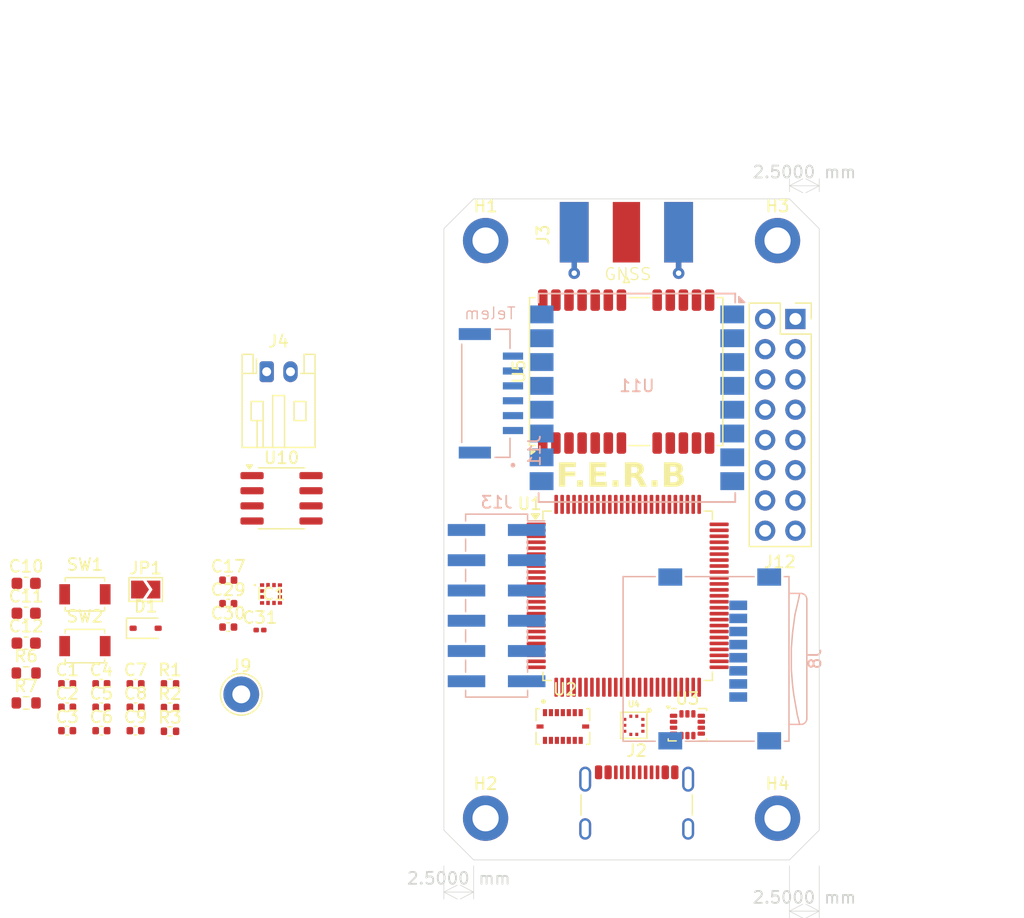
<source format=kicad_pcb>
(kicad_pcb (version 20240108) (generator "pcbnew") (generator_version "8.0")
  (layers (0 "F.Cu" signal) (31 "B.Cu" signal) (34 "B.Paste" user) (35 "F.Paste" user) (36 "B.SilkS" user "B.Silkscreen") (37 "F.SilkS" user "F.Silkscreen") (38 "B.Mask" user) (39 "F.Mask" user) (44 "Edge.Cuts" user))
  (net 0 "")
  (net 2 "+5V")
  (net 29 "/BMI088/SCK")
  (net 38 "/BMI088/SDI")
  (net 44 "/Peripherals/TX_RFD900x")
  (net 49 "/Peripherals/RX_RFD900x")
  (net 61 "Net-(C11-Pad2)")
  (net 62 "Net-(C12-Pad2)")
  (net 63 "D-")
  (net 74 "GND")
  (net 75 "/BMI088/CS_ACCEL")
  (net 76 "+3.3V")
  (net 77 "/BMI088/CS_GYRO")
  (net 78 "/BMI088/SDO_ACCEL")
  (net 82 "Net-(D1-A)")
  (net 84 "Net-(J2-CC1)")
  (net 85 "D+")
  (net 86 "Net-(J2-CC2)")
  (net 87 "Net-(J3-In)")
  (net 88 "Net-(U1-BOOT0)")
  (net 89 "/NEO-M9N/DI_GPS")
  (net 90 "/NEO-M9N/CLK_GPS")
  (net 91 "/NEO-M9N/CS_GPS")
  (net 92 "/NEO-M9N/DO_GPS")
  (net 93 "Net-(U1-PA11)")
  (net 94 "/LSM6DSM/SDO_IMU_LOW")
  (net 95 "/LSM6DSM/SDI_IMU_LOW")
  (net 96 "/LSM6DSM/SCL_IMU_LOW")
  (net 97 "/LSM6DSM/CS_IMU_LOW")
  (net 98 "/BMP581/SCK_BARO")
  (net 99 "/BMP581/SDI_BARO")
  (net 100 "/BMP581/SDO_BARO")
  (net 101 "/BMP581/CS_BARO")
  (net 102 "Net-(U5-~{SAFEBOOT})")
  (net 103 "Net-(U1-PA12)")
  (net 107 "Net-(J9-Pin_1)")
  (net 110 "/Peripherals/SCL_PM")
  (net 112 "/Peripherals/SDA_PM")
  (net 115 "/LoRa/CS_LORA")
  (net 117 "/LoRa/RST_LORA")
  (net 148 "Net-(J4-Pin_1)")
  (net 149 "Net-(J4-Pin_2)")
  (net 150 "/Peripherals/PYRO_1")
  (net 151 "/Peripherals/PYRO_2")
  (net 152 "/Peripherals/PYRO_3")
  (net 153 "/Peripherals/PYRO_4")
  (net 154 "/RS485/DIR_RS485")
  (net 155 "/RS485/RX_RS485")
  (net 156 "/RS485/TX_RS485")
  (net 159 "Net-(JP1-A)")
  (net 160 "Net-(JP1-B)")
  (net 165 "Net-(IC1-C1)")
  (net 166 "/BMM350/SCL_MAG")
  (net 167 "/BMM350/SDA_MAG")
  (footprint "Capacitor_SMD:C_0402_1005Metric" (layer "F.Cu") (at 98.73 113.98)
    (property "Reference" "C8" (at 0 -1.16 0) (layer "F.SilkS"))
    (property "Value" "100nF")
    (pad "1" smd roundrect (at -0.48 0) (size 0.56 0.62) (layers "F.Cu" "F.Paste" "F.Mask") (net 76 "+3.3V"))
    (pad "2" smd roundrect (at 0.48 0) (size 0.56 0.62) (layers "F.Cu" "F.Paste" "F.Mask") (net 74 "GND"))
  )
  (footprint "Images:NDRT" (layer "F.Cu") (at 152.6 106.3)
    (property "Reference" "G***" (hide yes))
    (property "Value" "LOGO" (hide yes))
  )
  (footprint "Capacitor_SMD:C_0201_0603Metric" (layer "F.Cu") (at 109.17 107.5)
    (property "Reference" "C31" (at 0 -1.05 0) (layer "F.SilkS"))
    (property "Value" "10uF")
    (pad "1" smd roundrect (at -0.32 0) (size 0.46 0.4) (layers "F.Cu" "F.Mask") (net 76 "+3.3V"))
    (pad "2" smd roundrect (at 0.32 0) (size 0.46 0.4) (layers "F.Cu" "F.Mask") (net 74 "GND"))
  )
  (footprint "Resistor_SMD:R_0402_1005Metric" (layer "F.Cu") (at 101.62 114.01)
    (property "Reference" "R2" (at 0 -1.17 0) (layer "F.SilkS"))
    (property "Value" "5.1k")
    (pad "1" smd roundrect (at -0.51 0) (size 0.54 0.64) (layers "F.Cu" "F.Paste" "F.Mask") (net 86 "Net-(J2-CC2)"))
    (pad "2" smd roundrect (at 0.51 0) (size 0.54 0.64) (layers "F.Cu" "F.Paste" "F.Mask") (net 74 "GND"))
  )
  (footprint "IIS2MDCTR:IIS2MDCTR" (layer "F.Cu") (at 110.095 104.475)
    (property "Reference" "IC1" (at 0 0 0) (layer "F.SilkS"))
    (property "Value" "IIS2MDCTR")
    (pad "1" smd rect (at -0.75 -0.75) (size 0.35 0.3) (layers "F.Cu" "F.Paste" "F.Mask") (net 166 "/BMM350/SCL_MAG"))
    (pad "2" smd rect (at -0.75 -0.25) (size 0.35 0.3) (layers "F.Cu" "F.Paste" "F.Mask"))
    (pad "3" smd rect (at -0.75 0.25) (size 0.35 0.3) (layers "F.Cu" "F.Paste" "F.Mask") (net 76 "+3.3V"))
    (pad "4" smd rect (at -0.75 0.75) (size 0.35 0.3) (layers "F.Cu" "F.Paste" "F.Mask") (net 167 "/BMM350/SDA_MAG"))
    (pad "5" smd rect (at -0.25 0.75) (size 0.3 0.35) (layers "F.Cu" "F.Paste" "F.Mask") (net 165 "Net-(IC1-C1)"))
    (pad "6" smd rect (at 0.25 0.75) (size 0.3 0.35) (layers "F.Cu" "F.Paste" "F.Mask") (net 74 "GND"))
    (pad "7" smd rect (at 0.75 0.75) (size 0.35 0.3) (layers "F.Cu" "F.Paste" "F.Mask"))
    (pad "8" smd rect (at 0.75 0.25) (size 0.35 0.3) (layers "F.Cu" "F.Paste" "F.Mask") (net 74 "GND"))
    (pad "9" smd rect (at 0.75 -0.25) (size 0.35 0.3) (layers "F.Cu" "F.Paste" "F.Mask") (net 76 "+3.3V"))
    (pad "10" smd rect (at 0.75 -0.75) (size 0.35 0.3) (layers "F.Cu" "F.Paste" "F.Mask") (net 76 "+3.3V"))
    (pad "11" smd rect (at 0.25 -0.75) (size 0.3 0.35) (layers "F.Cu" "F.Paste" "F.Mask"))
    (pad "12" smd rect (at -0.25 -0.75) (size 0.3 0.35) (layers "F.Cu" "F.Paste" "F.Mask"))
  )
  (footprint "Capacitor_SMD:C_0402_1005Metric" (layer "F.Cu") (at 98.73 112.01)
    (property "Reference" "C7" (at 0 -1.16 0) (layer "F.SilkS"))
    (property "Value" "100nF")
    (pad "1" smd roundrect (at -0.48 0) (size 0.56 0.62) (layers "F.Cu" "F.Paste" "F.Mask") (net 76 "+3.3V"))
    (pad "2" smd roundrect (at 0.48 0) (size 0.56 0.62) (layers "F.Cu" "F.Paste" "F.Mask") (net 74 "GND"))
  )
  (footprint "Capacitor_SMD:C_0402_1005Metric" (layer "F.Cu") (at 92.99 115.95)
    (property "Reference" "C3" (at 0 -1.16 0) (layer "F.SilkS"))
    (property "Value" "100nF")
    (pad "1" smd roundrect (at -0.48 0) (size 0.56 0.62) (layers "F.Cu" "F.Paste" "F.Mask") (net 76 "+3.3V"))
    (pad "2" smd roundrect (at 0.48 0) (size 0.56 0.62) (layers "F.Cu" "F.Paste" "F.Mask") (net 74 "GND"))
  )
  (footprint "footprint:PQFN50P450X300X100-16N" (layer "F.Cu") (at 134.585 115.6)
    (property "Reference" "U2" (at 0.178 -3.121 0) (layer "F.SilkS"))
    (property "Value" "BMI088")
    (pad "1" smd rect (at -1.5 -1.165) (size 0.35 0.59) (layers "F.Cu" "F.Paste" "F.Mask"))
    (pad "2" smd rect (at -1 -1.165) (size 0.35 0.59) (layers "F.Cu" "F.Paste" "F.Mask") (net 74 "GND"))
    (pad "3" smd rect (at -0.5 -1.165) (size 0.35 0.59) (layers "F.Cu" "F.Paste" "F.Mask") (net 76 "+3.3V"))
    (pad "4" smd rect (at 0 -1.165) (size 0.35 0.59) (layers "F.Cu" "F.Paste" "F.Mask") (net 74 "GND"))
    (pad "5" smd rect (at 0.5 -1.165) (size 0.35 0.59) (layers "F.Cu" "F.Paste" "F.Mask") (net 77 "/BMI088/CS_GYRO"))
    (pad "6" smd rect (at 1 -1.165) (size 0.35 0.59) (layers "F.Cu" "F.Paste" "F.Mask") (net 74 "GND"))
    (pad "7" smd rect (at 1.5 -1.165) (size 0.35 0.59) (layers "F.Cu" "F.Paste" "F.Mask") (net 74 "GND"))
    (pad "8" smd rect (at 1.915 0) (size 0.59 0.35) (layers "F.Cu" "F.Paste" "F.Mask") (net 29 "/BMI088/SCK"))
    (pad "9" smd rect (at 1.5 1.165) (size 0.35 0.59) (layers "F.Cu" "F.Paste" "F.Mask") (net 38 "/BMI088/SDI"))
    (pad "10" smd rect (at 1 1.165) (size 0.35 0.59) (layers "F.Cu" "F.Paste" "F.Mask") (net 78 "/BMI088/SDO_ACCEL"))
    (pad "11" smd rect (at 0.5 1.165) (size 0.35 0.59) (layers "F.Cu" "F.Paste" "F.Mask") (net 76 "+3.3V"))
    (pad "12" smd rect (at 0 1.165) (size 0.35 0.59) (layers "F.Cu" "F.Paste" "F.Mask"))
    (pad "13" smd rect (at -0.5 1.165) (size 0.35 0.59) (layers "F.Cu" "F.Paste" "F.Mask"))
    (pad "14" smd rect (at -1 1.165) (size 0.35 0.59) (layers "F.Cu" "F.Paste" "F.Mask") (net 75 "/BMI088/CS_ACCEL"))
    (pad "15" smd rect (at -1.5 1.165) (size 0.35 0.59) (layers "F.Cu" "F.Paste" "F.Mask") (net 78 "/BMI088/SDO_ACCEL"))
    (pad "16" smd rect (at -1.915 0) (size 0.59 0.35) (layers "F.Cu" "F.Paste" "F.Mask"))
  )
  (footprint "Connector_PinSocket_2.54mm:PinSocket_2x08_P2.54mm_Vertical" (layer "F.Cu") (at 154.1 81.38)
    (property "Reference" "J12" (at -1.3 20.4 0) (layer "F.SilkS"))
    (property "Value" "Conn_02x08_Counter_Clockwise")
    (pad "1" thru_hole rect (at 0 0) (size 1.7 1.7) (drill 1) (layers "*.Cu" "*.Mask"))
    (pad "2" thru_hole oval (at -2.54 0) (size 1.7 1.7) (drill 1) (layers "*.Cu" "*.Mask"))
    (pad "3" thru_hole oval (at 0 2.54) (size 1.7 1.7) (drill 1) (layers "*.Cu" "*.Mask"))
    (pad "4" thru_hole oval (at -2.54 2.54) (size 1.7 1.7) (drill 1) (layers "*.Cu" "*.Mask"))
    (pad "5" thru_hole oval (at 0 5.08) (size 1.7 1.7) (drill 1) (layers "*.Cu" "*.Mask"))
    (pad "6" thru_hole oval (at -2.54 5.08) (size 1.7 1.7) (drill 1) (layers "*.Cu" "*.Mask"))
    (pad "7" thru_hole oval (at 0 7.62) (size 1.7 1.7) (drill 1) (layers "*.Cu" "*.Mask"))
    (pad "8" thru_hole oval (at -2.54 7.62) (size 1.7 1.7) (drill 1) (layers "*.Cu" "*.Mask"))
    (pad "9" thru_hole oval (at 0 10.16) (size 1.7 1.7) (drill 1) (layers "*.Cu" "*.Mask"))
    (pad "10" thru_hole oval (at -2.54 10.16) (size 1.7 1.7) (drill 1) (layers "*.Cu" "*.Mask"))
    (pad "11" thru_hole oval (at 0 12.7) (size 1.7 1.7) (drill 1) (layers "*.Cu" "*.Mask"))
    (pad "12" thru_hole oval (at -2.54 12.7) (size 1.7 1.7) (drill 1) (layers "*.Cu" "*.Mask"))
    (pad "13" thru_hole oval (at 0 15.24) (size 1.7 1.7) (drill 1) (layers "*.Cu" "*.Mask"))
    (pad "14" thru_hole oval (at -2.54 15.24) (size 1.7 1.7) (drill 1) (layers "*.Cu" "*.Mask"))
    (pad "15" thru_hole oval (at 0 17.78) (size 1.7 1.7) (drill 1) (layers "*.Cu" "*.Mask"))
    (pad "16" thru_hole oval (at -2.54 17.78) (size 1.7 1.7) (drill 1) (layers "*.Cu" "*.Mask"))
  )
  (footprint "Capacitor_SMD:C_0402_1005Metric" (layer "F.Cu") (at 106.51 107.25)
    (property "Reference" "C30" (at 0 -1.16 0) (layer "F.SilkS"))
    (property "Value" "100nF")
    (pad "1" smd roundrect (at -0.48 0) (size 0.56 0.62) (layers "F.Cu" "F.Paste" "F.Mask") (net 76 "+3.3V"))
    (pad "2" smd roundrect (at 0.48 0) (size 0.56 0.62) (layers "F.Cu" "F.Paste" "F.Mask") (net 74 "GND"))
  )
  (footprint "Resistor_SMD:R_0603_1608Metric" (layer "F.Cu") (at 89.55 111.11)
    (property "Reference" "R6" (at 0 -1.43 0) (layer "F.SilkS"))
    (property "Value" "22")
    (pad "1" smd roundrect (at -0.825 0) (size 0.8 0.95) (layers "F.Cu" "F.Paste" "F.Mask") (net 93 "Net-(U1-PA11)"))
    (pad "2" smd roundrect (at 0.825 0) (size 0.8 0.95) (layers "F.Cu" "F.Paste" "F.Mask") (net 63 "D-"))
  )
  (footprint "Capacitor_SMD:C_0402_1005Metric" (layer "F.Cu") (at 98.73 115.95)
    (property "Reference" "C9" (at 0 -1.16 0) (layer "F.SilkS"))
    (property "Value" "100nF")
    (pad "1" smd roundrect (at -0.48 0) (size 0.56 0.62) (layers "F.Cu" "F.Paste" "F.Mask") (net 76 "+3.3V"))
    (pad "2" smd roundrect (at 0.48 0) (size 0.56 0.62) (layers "F.Cu" "F.Paste" "F.Mask") (net 74 "GND"))
  )
  (footprint "Capacitor_SMD:C_0402_1005Metric" (layer "F.Cu") (at 95.86 115.95)
    (property "Reference" "C6" (at 0 -1.16 0) (layer "F.SilkS"))
    (property "Value" "100nF")
    (pad "1" smd roundrect (at -0.48 0) (size 0.56 0.62) (layers "F.Cu" "F.Paste" "F.Mask") (net 76 "+3.3V"))
    (pad "2" smd roundrect (at 0.48 0) (size 0.56 0.62) (layers "F.Cu" "F.Paste" "F.Mask") (net 74 "GND"))
  )
  (footprint "Capacitor_SMD:C_0402_1005Metric" (layer "F.Cu") (at 92.99 112.01)
    (property "Reference" "C1" (at 0 -1.16 0) (layer "F.SilkS"))
    (property "Value" "0.1uF")
    (pad "1" smd roundrect (at -0.48 0) (size 0.56 0.62) (layers "F.Cu" "F.Paste" "F.Mask") (net 159 "Net-(JP1-A)"))
    (pad "2" smd roundrect (at 0.48 0) (size 0.56 0.62) (layers "F.Cu" "F.Paste" "F.Mask") (net 74 "GND"))
  )
  (footprint "BMP581:BMP581" (layer "F.Cu") (at 140.5375 115.5)
    (property "Reference" "U4" (at 0 -1.778 0) (layer "F.SilkS") (effects (font (size 0.48 0.48) (thickness 0.12))))
    (property "Value" "BMP581")
    (pad "1" smd rect (at 0.25 -0.7625) (size 0.25 0.275) (layers "F.Cu" "F.Mask") (net 76 "+3.3V"))
    (pad "2" smd rect (at -0.25 -0.7625) (size 0.25 0.275) (layers "F.Cu" "F.Mask") (net 98 "/BMP581/SCK_BARO"))
    (pad "3" smd rect (at -0.7625 -0.5) (size 0.275 0.25) (layers "F.Cu" "F.Mask") (net 74 "GND"))
    (pad "4" smd rect (at -0.7625 0) (size 0.275 0.25) (layers "F.Cu" "F.Mask") (net 99 "/BMP581/SDI_BARO"))
    (pad "5" smd rect (at -0.7625 0.5) (size 0.275 0.25) (layers "F.Cu" "F.Mask") (net 100 "/BMP581/SDO_BARO"))
    (pad "6" smd rect (at -0.25 0.7625) (size 0.25 0.275) (layers "F.Cu" "F.Mask") (net 101 "/BMP581/CS_BARO"))
    (pad "7" smd rect (at 0.25 0.7625) (size 0.25 0.275) (layers "F.Cu" "F.Mask"))
    (pad "8" smd rect (at 0.7625 0.5) (size 0.275 0.25) (layers "F.Cu" "F.Mask") (net 74 "GND"))
    (pad "9" smd rect (at 0.7625 0) (size 0.275 0.25) (layers "F.Cu" "F.Mask") (net 74 "GND"))
    (pad "10" smd rect (at 0.7625 -0.5) (size 0.275 0.25) (layers "F.Cu" "F.Mask") (net 76 "+3.3V"))
  )
  (footprint "Capacitor_SMD:C_0603_1608Metric" (layer "F.Cu") (at 89.55 108.6)
    (property "Reference" "C12" (at 0 -1.43 0) (layer "F.SilkS"))
    (property "Value" "2.2uF")
    (pad "1" smd roundrect (at -0.775 0) (size 0.9 0.95) (layers "F.Cu" "F.Paste" "F.Mask") (net 74 "GND"))
    (pad "2" smd roundrect (at 0.775 0) (size 0.9 0.95) (layers "F.Cu" "F.Paste" "F.Mask") (net 62 "Net-(C12-Pad2)"))
  )
  (footprint "Images:ND" (layer "F.Cu") (at 128.1 81.4)
    (property "Reference" "G***" (hide yes))
    (property "Value" "LOGO" (hide yes))
  )
  (footprint "Resistor_SMD:R_0402_1005Metric" (layer "F.Cu") (at 101.62 116)
    (property "Reference" "R3" (at 0 -1.17 0) (layer "F.SilkS"))
    (property "Value" "10k")
    (pad "1" smd roundrect (at -0.51 0) (size 0.54 0.64) (layers "F.Cu" "F.Paste" "F.Mask") (net 88 "Net-(U1-BOOT0)"))
    (pad "2" smd roundrect (at 0.51 0) (size 0.54 0.64) (layers "F.Cu" "F.Paste" "F.Mask") (net 74 "GND"))
  )
  (footprint "Capacitor_SMD:C_0402_1005Metric" (layer "F.Cu") (at 106.51 105.28)
    (property "Reference" "C29" (at 0 -1.16 0) (layer "F.SilkS"))
    (property "Value" "100nF")
    (pad "1" smd roundrect (at -0.48 0) (size 0.56 0.62) (layers "F.Cu" "F.Paste" "F.Mask") (net 76 "+3.3V"))
    (pad "2" smd roundrect (at 0.48 0) (size 0.56 0.62) (layers "F.Cu" "F.Paste" "F.Mask") (net 74 "GND"))
  )
  (footprint "MountingHole:MountingHole_2.2mm_M2_DIN965_Pad" (layer "F.Cu") (at 152.6 74.8)
    (property "Reference" "H3" (at 0 -2.9 0) (layer "F.SilkS"))
    (property "Value" "MountingHole")
    (pad "1" thru_hole circle (at 0 0) (size 3.8 3.8) (drill 2.2) (layers "*.Cu" "*.Mask"))
  )
  (footprint "Button_Switch_SMD:SW_SPST_B3U-1000P" (layer "F.Cu") (at 94.48 104.5)
    (property "Reference" "SW1" (at 0 -2.5 0) (layer "F.SilkS"))
    (property "Value" "SW_Push")
    (pad "1" smd rect (at -1.7 0) (size 0.9 1.7) (layers "F.Cu" "F.Paste" "F.Mask") (net 76 "+3.3V"))
    (pad "2" smd rect (at 1.7 0) (size 0.9 1.7) (layers "F.Cu" "F.Paste" "F.Mask") (net 88 "Net-(U1-BOOT0)"))
  )
  (footprint "Connector_Coaxial:SMA_Molex_73251-1153_EdgeMount_Horizontal" (layer "F.Cu") (at 139.92 75.82 -90)
    (property "Reference" "J3" (at -1.5 7 90) (layer "F.SilkS"))
    (property "Value" "Conn_Coaxial")
    (pad "1" smd rect (at -1.72 0 270) (size 5.08 2.29) (layers "F.Cu" "F.Paste" "F.Mask") (net 87 "Net-(J3-In)"))
    (pad "2" smd rect (at -1.72 -4.38 270) (size 5.08 2.42) (layers "F.Cu" "F.Paste" "F.Mask") (net 74 "GND"))
    (pad "2" smd rect (at -1.72 -4.38 270) (size 5.08 2.42) (layers "B.Cu" "B.Paste" "B.Mask") (net 74 "GND"))
    (pad "2" smd rect (at -1.72 4.38 270) (size 5.08 2.42) (layers "F.Cu" "F.Paste" "F.Mask") (net 74 "GND"))
    (pad "2" smd rect (at -1.72 4.38 270) (size 5.08 2.42) (layers "B.Cu" "B.Paste" "B.Mask") (net 74 "GND"))
    (pad "2" smd rect (at 1.27 -4.38 270) (size 0.95 0.46) (layers "F.Cu") (net 74 "GND"))
    (pad "2" smd rect (at 1.27 -4.38 270) (size 0.95 0.46) (layers "B.Cu") (net 74 "GND"))
    (pad "2" smd rect (at 1.27 4.38 270) (size 0.95 0.46) (layers "F.Cu") (net 74 "GND"))
    (pad "2" smd rect (at 1.27 4.38 270) (size 0.95 0.46) (layers "B.Cu") (net 74 "GND"))
    (pad "2" thru_hole circle (at 1.72 -4.38 270) (size 0.97 0.97) (drill 0.46) (layers "*.Cu") (net 74 "GND"))
    (pad "2" thru_hole circle (at 1.72 4.38 270) (size 0.97 0.97) (drill 0.46) (layers "*.Cu") (net 74 "GND"))
  )
  (footprint "TestPoint:TestPoint_THTPad_D3.0mm_Drill1.5mm" (layer "F.Cu") (at 107.6 112.9)
    (property "Reference" "J9" (at 0 -2.398 0) (layer "F.SilkS"))
    (property "Value" "Conn_01x01")
    (pad "1" thru_hole circle (at 0 0) (size 3 3) (drill 1.5) (layers "*.Cu" "*.Mask") (net 107 "Net-(J9-Pin_1)"))
  )
  (footprint "Connector_USB:USB_C_Receptacle_GCT_USB4105-xx-A_16P_TopMnt_Horizontal" (layer "F.Cu") (at 140.78 123.125)
    (property "Reference" "J2" (at 0 -5.5 0) (layer "F.SilkS"))
    (property "Value" "USB_C_Receptacle_USB2.0_16P")
    (pad "" np_thru_hole circle (at -2.89 -2.605) (size 0.65 0.65) (drill 0.65) (layers "F&B.Cu" "*.Mask"))
    (pad "" np_thru_hole circle (at 2.89 -2.605) (size 0.65 0.65) (drill 0.65) (layers "F&B.Cu" "*.Mask"))
    (pad "A1" smd roundrect (at -3.2 -3.68) (size 0.6 1.15) (layers "F.Cu" "F.Paste" "F.Mask") (net 74 "GND"))
    (pad "A4" smd roundrect (at -2.4 -3.68) (size 0.6 1.15) (layers "F.Cu" "F.Paste" "F.Mask") (net 82 "Net-(D1-A)"))
    (pad "A5" smd roundrect (at -1.25 -3.68) (size 0.3 1.15) (layers "F.Cu" "F.Paste" "F.Mask") (net 84 "Net-(J2-CC1)"))
    (pad "A6" smd roundrect (at -0.25 -3.68) (size 0.3 1.15) (layers "F.Cu" "F.Paste" "F.Mask") (net 85 "D+"))
    (pad "A7" smd roundrect (at 0.25 -3.68) (size 0.3 1.15) (layers "F.Cu" "F.Paste" "F.Mask") (net 63 "D-"))
    (pad "A8" smd roundrect (at 1.25 -3.68) (size 0.3 1.15) (layers "F.Cu" "F.Paste" "F.Mask"))
    (pad "A9" smd roundrect (at 2.4 -3.68) (size 0.6 1.15) (layers "F.Cu" "F.Paste" "F.Mask") (net 82 "Net-(D1-A)"))
    (pad "A12" smd roundrect (at 3.2 -3.68) (size 0.6 1.15) (layers "F.Cu" "F.Paste" "F.Mask") (net 74 "GND"))
    (pad "B1" smd roundrect (at 3.2 -3.68) (size 0.6 1.15) (layers "F.Cu" "F.Paste" "F.Mask") (net 74 "GND"))
    (pad "B4" smd roundrect (at 2.4 -3.68) (size 0.6 1.15) (layers "F.Cu" "F.Paste" "F.Mask") (net 82 "Net-(D1-A)"))
    (pad "B5" smd roundrect (at 1.75 -3.68) (size 0.3 1.15) (layers "F.Cu" "F.Paste" "F.Mask") (net 86 "Net-(J2-CC2)"))
    (pad "B6" smd roundrect (at 0.75 -3.68) (size 0.3 1.15) (layers "F.Cu" "F.Paste" "F.Mask") (net 85 "D+"))
    (pad "B7" smd roundrect (at -0.75 -3.68) (size 0.3 1.15) (layers "F.Cu" "F.Paste" "F.Mask") (net 63 "D-"))
    (pad "B8" smd roundrect (at -1.75 -3.68) (size 0.3 1.15) (layers "F.Cu" "F.Paste" "F.Mask"))
    (pad "B9" smd roundrect (at -2.4 -3.68) (size 0.6 1.15) (layers "F.Cu" "F.Paste" "F.Mask") (net 82 "Net-(D1-A)"))
    (pad "B12" smd roundrect (at -3.2 -3.68) (size 0.6 1.15) (layers "F.Cu" "F.Paste" "F.Mask") (net 74 "GND"))
    (pad "S1" thru_hole oval (at -4.32 -3.105) (size 1 2.1) (drill oval 0.6 1.7) (layers "*.Cu" "*.Mask" "F.Paste") (net 74 "GND"))
    (pad "S1" thru_hole oval (at -4.32 1.075) (size 1 1.8) (drill oval 0.6 1.4) (layers "*.Cu" "*.Mask" "F.Paste") (net 74 "GND"))
    (pad "S1" thru_hole oval (at 4.32 -3.105) (size 1 2.1) (drill oval 0.6 1.7) (layers "*.Cu" "*.Mask" "F.Paste") (net 74 "GND"))
    (pad "S1" thru_hole oval (at 4.32 1.075) (size 1 1.8) (drill oval 0.6 1.4) (layers "*.Cu" "*.Mask" "F.Paste") (net 74 "GND"))
  )
  (footprint "Capacitor_SMD:C_0402_1005Metric" (layer "F.Cu") (at 95.86 113.98)
    (property "Reference" "C5" (at 0 -1.16 0) (layer "F.SilkS"))
    (property "Value" "100nF")
    (pad "1" smd roundrect (at -0.48 0) (size 0.56 0.62) (layers "F.Cu" "F.Paste" "F.Mask") (net 76 "+3.3V"))
    (pad "2" smd roundrect (at 0.48 0) (size 0.56 0.62) (layers "F.Cu" "F.Paste" "F.Mask") (net 74 "GND"))
  )
  (footprint "MountingHole:MountingHole_2.2mm_M2_DIN965_Pad" (layer "F.Cu") (at 152.6 123.3)
    (property "Reference" "H4" (at 0 -2.9 0) (layer "F.SilkS"))
    (property "Value" "MountingHole")
    (pad "1" thru_hole circle (at 0 0) (size 3.8 3.8) (drill 2.2) (layers "*.Cu" "*.Mask"))
  )
  (footprint "MountingHole:MountingHole_2.2mm_M2_DIN965_Pad" (layer "F.Cu") (at 128.1 123.3)
    (property "Reference" "H2" (at 0 -2.9 0) (layer "F.SilkS"))
    (property "Value" "MountingHole")
    (pad "1" thru_hole circle (at 0 0) (size 3.8 3.8) (drill 2.2) (layers "*.Cu" "*.Mask"))
  )
  (footprint "MountingHole:MountingHole_2.2mm_M2_DIN965_Pad" (layer "F.Cu") (at 128.1 74.8)
    (property "Reference" "H1" (at 0 -2.9 0) (layer "F.SilkS"))
    (property "Value" "MountingHole")
    (pad "1" thru_hole circle (at 0 0) (size 3.8 3.8) (drill 2.2) (layers "*.Cu" "*.Mask"))
  )
  (footprint "Button_Switch_SMD:SW_SPST_B3U-1000P" (layer "F.Cu") (at 94.48 108.85)
    (property "Reference" "SW2" (at 0 -2.5 0) (layer "F.SilkS"))
    (property "Value" "SW_Push")
    (pad "1" smd rect (at -1.7 0) (size 0.9 1.7) (layers "F.Cu" "F.Paste" "F.Mask") (net 74 "GND"))
    (pad "2" smd rect (at 1.7 0) (size 0.9 1.7) (layers "F.Cu" "F.Paste" "F.Mask") (net 159 "Net-(JP1-A)"))
  )
  (footprint "Package_QFP:LQFP-100_14x14mm_P0.5mm" (layer "F.Cu") (at 140.025 104.625)
    (property "Reference" "U1" (at -8.225 -7.725 0) (layer "F.SilkS"))
    (property "Value" "STM32H723VGTx")
    (pad "1" smd roundrect (at -7.675 -6) (size 1.6 0.3) (layers "F.Cu" "F.Paste" "F.Mask") (net 150 "/Peripherals/PYRO_1"))
    (pad "2" smd roundrect (at -7.675 -5.5) (size 1.6 0.3) (layers "F.Cu" "F.Paste" "F.Mask") (net 151 "/Peripherals/PYRO_2"))
    (pad "3" smd roundrect (at -7.675 -5) (size 1.6 0.3) (layers "F.Cu" "F.Paste" "F.Mask") (net 152 "/Peripherals/PYRO_3"))
    (pad "4" smd roundrect (at -7.675 -4.5) (size 1.6 0.3) (layers "F.Cu" "F.Paste" "F.Mask") (net 153 "/Peripherals/PYRO_4"))
    (pad "5" smd roundrect (at -7.675 -4) (size 1.6 0.3) (layers "F.Cu" "F.Paste" "F.Mask"))
    (pad "6" smd roundrect (at -7.675 -3.5) (size 1.6 0.3) (layers "F.Cu" "F.Paste" "F.Mask") (net 76 "+3.3V"))
    (pad "7" smd roundrect (at -7.675 -3) (size 1.6 0.3) (layers "F.Cu" "F.Paste" "F.Mask"))
    (pad "8" smd roundrect (at -7.675 -2.5) (size 1.6 0.3) (layers "F.Cu" "F.Paste" "F.Mask"))
    (pad "9" smd roundrect (at -7.675 -2) (size 1.6 0.3) (layers "F.Cu" "F.Paste" "F.Mask"))
    (pad "10" smd roundrect (at -7.675 -1.5) (size 1.6 0.3) (layers "F.Cu" "F.Paste" "F.Mask") (net 74 "GND"))
    (pad "11" smd roundrect (at -7.675 -1) (size 1.6 0.3) (layers "F.Cu" "F.Paste" "F.Mask") (net 76 "+3.3V"))
    (pad "12" smd roundrect (at -7.675 -0.5) (size 1.6 0.3) (layers "F.Cu" "F.Paste" "F.Mask") (net 74 "GND"))
    (pad "13" smd roundrect (at -7.675 0) (size 1.6 0.3) (layers "F.Cu" "F.Paste" "F.Mask"))
    (pad "14" smd roundrect (at -7.675 0.5) (size 1.6 0.3) (layers "F.Cu" "F.Paste" "F.Mask") (net 160 "Net-(JP1-B)"))
    (pad "15" smd roundrect (at -7.675 1) (size 1.6 0.3) (layers "F.Cu" "F.Paste" "F.Mask"))
    (pad "16" smd roundrect (at -7.675 1.5) (size 1.6 0.3) (layers "F.Cu" "F.Paste" "F.Mask"))
    (pad "17" smd roundrect (at -7.675 2) (size 1.6 0.3) (layers "F.Cu" "F.Paste" "F.Mask"))
    (pad "18" smd roundrect (at -7.675 2.5) (size 1.6 0.3) (layers "F.Cu" "F.Paste" "F.Mask"))
    (pad "19" smd roundrect (at -7.675 3) (size 1.6 0.3) (layers "F.Cu" "F.Paste" "F.Mask") (net 74 "GND"))
    (pad "20" smd roundrect (at -7.675 3.5) (size 1.6 0.3) (layers "F.Cu" "F.Paste" "F.Mask") (net 76 "+3.3V"))
    (pad "21" smd roundrect (at -7.675 4) (size 1.6 0.3) (layers "F.Cu" "F.Paste" "F.Mask") (net 76 "+3.3V"))
    (pad "22" smd roundrect (at -7.675 4.5) (size 1.6 0.3) (layers "F.Cu" "F.Paste" "F.Mask"))
    (pad "23" smd roundrect (at -7.675 5) (size 1.6 0.3) (layers "F.Cu" "F.Paste" "F.Mask"))
    (pad "24" smd roundrect (at -7.675 5.5) (size 1.6 0.3) (layers "F.Cu" "F.Paste" "F.Mask"))
    (pad "25" smd roundrect (at -7.675 6) (size 1.6 0.3) (layers "F.Cu" "F.Paste" "F.Mask"))
    (pad "26" smd roundrect (at -6 7.675) (size 0.3 1.6) (layers "F.Cu" "F.Paste" "F.Mask") (net 74 "GND"))
    (pad "27" smd roundrect (at -5.5 7.675) (size 0.3 1.6) (layers "F.Cu" "F.Paste" "F.Mask") (net 76 "+3.3V"))
    (pad "28" smd roundrect (at -5 7.675) (size 0.3 1.6) (layers "F.Cu" "F.Paste" "F.Mask"))
    (pad "29" smd roundrect (at -4.5 7.675) (size 0.3 1.6) (layers "F.Cu" "F.Paste" "F.Mask"))
    (pad "30" smd roundrect (at -4 7.675) (size 0.3 1.6) (layers "F.Cu" "F.Paste" "F.Mask") (net 100 "/BMP581/SDO_BARO"))
    (pad "31" smd roundrect (at -3.5 7.675) (size 0.3 1.6) (layers "F.Cu" "F.Paste" "F.Mask") (net 99 "/BMP581/SDI_BARO"))
    (pad "32" smd roundrect (at -3 7.675) (size 0.3 1.6) (layers "F.Cu" "F.Paste" "F.Mask") (net 101 "/BMP581/CS_BARO"))
    (pad "33" smd roundrect (at -2.5 7.675) (size 0.3 1.6) (layers "F.Cu" "F.Paste" "F.Mask"))
    (pad "34" smd roundrect (at -2 7.675) (size 0.3 1.6) (layers "F.Cu" "F.Paste" "F.Mask"))
    (pad "35" smd roundrect (at -1.5 7.675) (size 0.3 1.6) (layers "F.Cu" "F.Paste" "F.Mask"))
    (pad "36" smd roundrect (at -1 7.675) (size 0.3 1.6) (layers "F.Cu" "F.Paste" "F.Mask") (net 38 "/BMI088/SDI"))
    (pad "37" smd roundrect (at -0.5 7.675) (size 0.3 1.6) (layers "F.Cu" "F.Paste" "F.Mask"))
    (pad "38" smd roundrect (at 0 7.675) (size 0.3 1.6) (layers "F.Cu" "F.Paste" "F.Mask"))
    (pad "39" smd roundrect (at 0.5 7.675) (size 0.3 1.6) (layers "F.Cu" "F.Paste" "F.Mask"))
    (pad "40" smd roundrect (at 1 7.675) (size 0.3 1.6) (layers "F.Cu" "F.Paste" "F.Mask"))
    (pad "41" smd roundrect (at 1.5 7.675) (size 0.3 1.6) (layers "F.Cu" "F.Paste" "F.Mask") (net 97 "/LSM6DSM/CS_IMU_LOW"))
    (pad "42" smd roundrect (at 2 7.675) (size 0.3 1.6) (layers "F.Cu" "F.Paste" "F.Mask") (net 96 "/LSM6DSM/SCL_IMU_LOW"))
    (pad "43" smd roundrect (at 2.5 7.675) (size 0.3 1.6) (layers "F.Cu" "F.Paste" "F.Mask") (net 94 "/LSM6DSM/SDO_IMU_LOW"))
    (pad "44" smd roundrect (at 3 7.675) (size 0.3 1.6) (layers "F.Cu" "F.Paste" "F.Mask") (net 95 "/LSM6DSM/SDI_IMU_LOW"))
    (pad "45" smd roundrect (at 3.5 7.675) (size 0.3 1.6) (layers "F.Cu" "F.Paste" "F.Mask"))
    (pad "46" smd roundrect (at 4 7.675) (size 0.3 1.6) (layers "F.Cu" "F.Paste" "F.Mask"))
    (pad "47" smd roundrect (at 4.5 7.675) (size 0.3 1.6) (layers "F.Cu" "F.Paste" "F.Mask"))
    (pad "48" smd roundrect (at 5 7.675) (size 0.3 1.6) (layers "F.Cu" "F.Paste" "F.Mask") (net 61 "Net-(C11-Pad2)"))
    (pad "49" smd roundrect (at 5.5 7.675) (size 0.3 1.6) (layers "F.Cu" "F.Paste" "F.Mask") (net 74 "GND"))
    (pad "50" smd roundrect (at 6 7.675) (size 0.3 1.6) (layers "F.Cu" "F.Paste" "F.Mask") (net 76 "+3.3V"))
    (pad "51" smd roundrect (at 7.675 6) (size 1.6 0.3) (layers "F.Cu" "F.Paste" "F.Mask"))
    (pad "52" smd roundrect (at 7.675 5.5) (size 1.6 0.3) (layers "F.Cu" "F.Paste" "F.Mask"))
    (pad "53" smd roundrect (at 7.675 5) (size 1.6 0.3) (layers "F.Cu" "F.Paste" "F.Mask"))
    (pad "54" smd roundrect (at 7.675 4.5) (size 1.6 0.3) (layers "F.Cu" "F.Paste" "F.Mask"))
    (pad "55" smd roundrect (at 7.675 4) (size 1.6 0.3) (layers "F.Cu" "F.Paste" "F.Mask"))
    (pad "56" smd roundrect (at 7.675 3.5) (size 1.6 0.3) (layers "F.Cu" "F.Paste" "F.Mask"))
    (pad "57" smd roundrect (at 7.675 3) (size 1.6 0.3) (layers "F.Cu" "F.Paste" "F.Mask"))
    (pad "58" smd roundrect (at 7.675 2.5) (size 1.6 0.3) (layers "F.Cu" "F.Paste" "F.Mask"))
    (pad "59" smd roundrect (at 7.675 2) (size 1.6 0.3) (layers "F.Cu" "F.Paste" "F.Mask") (net 166 "/BMM350/SCL_MAG"))
    (pad "60" smd roundrect (at 7.675 1.5) (size 1.6 0.3) (layers "F.Cu" "F.Paste" "F.Mask") (net 167 "/BMM350/SDA_MAG"))
    (pad "61" smd roundrect (at 7.675 1) (size 1.6 0.3) (layers "F.Cu" "F.Paste" "F.Mask"))
    (pad "62" smd roundrect (at 7.675 0.5) (size 1.6 0.3) (layers "F.Cu" "F.Paste" "F.Mask"))
    (pad "63" smd roundrect (at 7.675 0) (size 1.6 0.3) (layers "F.Cu" "F.Paste" "F.Mask") (net 156 "/RS485/TX_RS485"))
    (pad "64" smd roundrect (at 7.675 -0.5) (size 1.6 0.3) (layers "F.Cu" "F.Paste" "F.Mask") (net 155 "/RS485/RX_RS485"))
    (pad "65" smd roundrect (at 7.675 -1) (size 1.6 0.3) (layers "F.Cu" "F.Paste" "F.Mask") (net 154 "/RS485/DIR_RS485"))
    (pad "66" smd roundrect (at 7.675 -1.5) (size 1.6 0.3) (layers "F.Cu" "F.Paste" "F.Mask"))
    (pad "67" smd roundrect (at 7.675 -2) (size 1.6 0.3) (layers "F.Cu" "F.Paste" "F.Mask"))
    (pad "68" smd roundrect (at 7.675 -2.5) (size 1.6 0.3) (layers "F.Cu" "F.Paste" "F.Mask"))
    (pad "69" smd roundrect (at 7.675 -3) (size 1.6 0.3) (layers "F.Cu" "F.Paste" "F.Mask"))
    (pad "70" smd roundrect (at 7.675 -3.5) (size 1.6 0.3) (layers "F.Cu" "F.Paste" "F.Mask") (net 93 "Net-(U1-PA11)"))
    (pad "71" smd roundrect (at 7.675 -4) (size 1.6 0.3) (layers "F.Cu" "F.Paste" "F.Mask") (net 103 "Net-(U1-PA12)"))
    (pad "72" smd roundrect (at 7.675 -4.5) (size 1.6 0.3) (layers "F.Cu" "F.Paste" "F.Mask"))
    (pad "73" smd roundrect (at 7.675 -5) (size 1.6 0.3) (layers "F.Cu" "F.Paste" "F.Mask") (net 62 "Net-(C12-Pad2)"))
    (pad "74" smd roundrect (at 7.675 -5.5) (size 1.6 0.3) (layers "F.Cu" "F.Paste" "F.Mask") (net 74 "GND"))
    (pad "75" smd roundrect (at 7.675 -6) (size 1.6 0.3) (layers "F.Cu" "F.Paste" "F.Mask") (net 76 "+3.3V"))
    (pad "76" smd roundrect (at 6 -7.675) (size 0.3 1.6) (layers "F.Cu" "F.Paste" "F.Mask") (net 75 "/BMI088/CS_ACCEL"))
    (pad "77" smd roundrect (at 5.5 -7.675) (size 0.3 1.6) (layers "F.Cu" "F.Paste" "F.Mask") (net 77 "/BMI088/CS_GYRO"))
    (pad "78" smd roundrect (at 5 -7.675) (size 0.3 1.6) (layers "F.Cu" "F.Paste" "F.Mask") (net 29 "/BMI088/SCK"))
    (pad "79" smd roundrect (at 4.5 -7.675) (size 0.3 1.6) (layers "F.Cu" "F.Paste" "F.Mask") (net 78 "/BMI088/SDO_ACCEL"))
    (pad "80" smd roundrect (at 4 -7.675) (size 0.3 1.6) (layers "F.Cu" "F.Paste" "F.Mask") (net 98 "/BMP581/SCK_BARO"))
    (pad "81" smd roundrect (at 3.5 -7.675) (size 0.3 1.6) (layers "F.Cu" "F.Paste" "F.Mask") (net 117 "/LoRa/RST_LORA"))
    (pad "82" smd roundrect (at 3 -7.675) (size 0.3 1.6) (layers "F.Cu" "F.Paste" "F.Mask"))
    (pad "83" smd roundrect (at 2.5 -7.675) (size 0.3 1.6) (layers "F.Cu" "F.Paste" "F.Mask"))
    (pad "84" smd roundrect (at 2 -7.675) (size 0.3 1.6) (layers "F.Cu" "F.Paste" "F.Mask") (net 115 "/LoRa/CS_LORA"))
    (pad "85" smd roundrect (at 1.5 -7.675) (size 0.3 1.6) (layers "F.Cu" "F.Paste" "F.Mask"))
    (pad "86" smd roundrect (at 1 -7.675) (size 0.3 1.6) (layers "F.Cu" "F.Paste" "F.Mask"))
    (pad "87" smd roundrect (at 0.5 -7.675) (size 0.3 1.6) (layers "F.Cu" "F.Paste" "F.Mask"))
    (pad "88" smd roundrect (at 0 -7.675) (size 0.3 1.6) (layers "F.Cu" "F.Paste" "F.Mask"))
    (pad "89" smd roundrect (at -0.5 -7.675) (size 0.3 1.6) (layers "F.Cu" "F.Paste" "F.Mask"))
    (pad "90" smd roundrect (at -1 -7.675) (size 0.3 1.6) (layers "F.Cu" "F.Paste" "F.Mask"))
    (pad "91" smd roundrect (at -1.5 -7.675) (size 0.3 1.6) (layers "F.Cu" "F.Paste" "F.Mask"))
    (pad "92" smd roundrect (at -2 -7.675) (size 0.3 1.6) (layers "F.Cu" "F.Paste" "F.Mask"))
    (pad "93" smd roundrect (at -2.5 -7.675) (size 0.3 1.6) (layers "F.Cu" "F.Paste" "F.Mask"))
    (pad "94" smd roundrect (at -3 -7.675) (size 0.3 1.6) (layers "F.Cu" "F.Paste" "F.Mask") (net 88 "Net-(U1-BOOT0)"))
    (pad "95" smd roundrect (at -3.5 -7.675) (size 0.3 1.6) (layers "F.Cu" "F.Paste" "F.Mask"))
    (pad "96" smd roundrect (at -4 -7.675) (size 0.3 1.6) (layers "F.Cu" "F.Paste" "F.Mask"))
    (pad "97" smd roundrect (at -4.5 -7.675) (size 0.3 1.6) (layers "F.Cu" "F.Paste" "F.Mask"))
    (pad "98" smd roundrect (at -5 -7.675) (size 0.3 1.6) (layers "F.Cu" "F.Paste" "F.Mask"))
    (pad "99" smd roundrect (at -5.5 -7.675) (size 0.3 1.6) (layers "F.Cu" "F.Paste" "F.Mask") (net 74 "GND"))
    (pad "100" smd roundrect (at -6 -7.675) (size 0.3 1.6) (layers "F.Cu" "F.Paste" "F.Mask") (net 76 "+3.3V"))
  )
  (footprint "Package_LGA:LGA-14_3x2.5mm_P0.5mm_LayoutBorder3x4y" (layer "F.Cu") (at 145.0375 115.45)
    (property "Reference" "U3" (at 0 -2.2 0) (layer "F.SilkS"))
    (property "Value" "LSM6DSM")
    (pad "1" smd roundrect (at -1.1625 -0.75) (size 0.625 0.35) (layers "F.Cu" "F.Paste" "F.Mask") (net 94 "/LSM6DSM/SDO_IMU_LOW"))
    (pad "2" smd roundrect (at -1.1625 -0.25) (size 0.625 0.35) (layers "F.Cu" "F.Paste" "F.Mask") (net 74 "GND"))
    (pad "3" smd roundrect (at -1.1625 0.25) (size 0.625 0.35) (layers "F.Cu" "F.Paste" "F.Mask") (net 74 "GND"))
    (pad "4" smd roundrect (at -1.1625 0.75) (size 0.625 0.35) (layers "F.Cu" "F.Paste" "F.Mask"))
    (pad "5" smd roundrect (at -0.5 0.9125) (size 0.35 0.625) (layers "F.Cu" "F.Paste" "F.Mask") (net 76 "+3.3V"))
    (pad "6" smd roundrect (at 0 0.9125) (size 0.35 0.625) (layers "F.Cu" "F.Paste" "F.Mask") (net 74 "GND"))
    (pad "7" smd roundrect (at 0.5 0.9125) (size 0.35 0.625) (layers "F.Cu" "F.Paste" "F.Mask") (net 74 "GND"))
    (pad "8" smd roundrect (at 1.1625 0.75) (size 0.625 0.35) (layers "F.Cu" "F.Paste" "F.Mask") (net 76 "+3.3V"))
    (pad "9" smd roundrect (at 1.1625 0.25) (size 0.625 0.35) (layers "F.Cu" "F.Paste" "F.Mask"))
    (pad "10" smd roundrect (at 1.1625 -0.25) (size 0.625 0.35) (layers "F.Cu" "F.Paste" "F.Mask"))
    (pad "11" smd roundrect (at 1.1625 -0.75) (size 0.625 0.35) (layers "F.Cu" "F.Paste" "F.Mask"))
    (pad "12" smd roundrect (at 0.5 -0.9125) (size 0.35 0.625) (layers "F.Cu" "F.Paste" "F.Mask") (net 97 "/LSM6DSM/CS_IMU_LOW"))
    (pad "13" smd roundrect (at 0 -0.9125) (size 0.35 0.625) (layers "F.Cu" "F.Paste" "F.Mask") (net 96 "/LSM6DSM/SCL_IMU_LOW"))
    (pad "14" smd roundrect (at -0.5 -0.9125) (size 0.35 0.625) (layers "F.Cu" "F.Paste" "F.Mask") (net 95 "/LSM6DSM/SDI_IMU_LOW"))
  )
  (footprint "Capacitor_SMD:C_0603_1608Metric" (layer "F.Cu") (at 89.55 106.09)
    (property "Reference" "C11" (at 0 -1.43 0) (layer "F.SilkS"))
    (property "Value" "2.2uF")
    (pad "1" smd roundrect (at -0.775 0) (size 0.9 0.95) (layers "F.Cu" "F.Paste" "F.Mask") (net 74 "GND"))
    (pad "2" smd roundrect (at 0.775 0) (size 0.9 0.95) (layers "F.Cu" "F.Paste" "F.Mask") (net 61 "Net-(C11-Pad2)"))
  )
  (footprint "Package_SO:SOIC-8_3.9x4.9mm_P1.27mm" (layer "F.Cu") (at 110.98 96.44)
    (property "Reference" "U10" (at 0 -3.4 0) (layer "F.SilkS"))
    (property "Value" "SP3485EN")
    (pad "1" smd roundrect (at -2.475 -1.905) (size 1.95 0.6) (layers "F.Cu" "F.Paste" "F.Mask") (net 155 "/RS485/RX_RS485"))
    (pad "2" smd roundrect (at -2.475 -0.635) (size 1.95 0.6) (layers "F.Cu" "F.Paste" "F.Mask") (net 154 "/RS485/DIR_RS485"))
    (pad "3" smd roundrect (at -2.475 0.635) (size 1.95 0.6) (layers "F.Cu" "F.Paste" "F.Mask") (net 154 "/RS485/DIR_RS485"))
    (pad "4" smd roundrect (at -2.475 1.905) (size 1.95 0.6) (layers "F.Cu" "F.Paste" "F.Mask") (net 156 "/RS485/TX_RS485"))
    (pad "5" smd roundrect (at 2.475 1.905) (size 1.95 0.6) (layers "F.Cu" "F.Paste" "F.Mask") (net 74 "GND"))
    (pad "6" smd roundrect (at 2.475 0.635) (size 1.95 0.6) (layers "F.Cu" "F.Paste" "F.Mask") (net 148 "Net-(J4-Pin_1)"))
    (pad "7" smd roundrect (at 2.475 -0.635) (size 1.95 0.6) (layers "F.Cu" "F.Paste" "F.Mask") (net 149 "Net-(J4-Pin_2)"))
    (pad "8" smd roundrect (at 2.475 -1.905) (size 1.95 0.6) (layers "F.Cu" "F.Paste" "F.Mask") (net 76 "+3.3V"))
  )
  (footprint "Connector_JST:JST_PH_S2B-PH-K_1x02_P2.00mm_Horizontal" (layer "F.Cu") (at 109.73 85.81)
    (property "Reference" "J4" (at 1 -2.55 0) (layer "F.SilkS"))
    (property "Value" "Conn_01x02")
    (pad "1" thru_hole roundrect (at 0 0) (size 1.2 1.75) (drill 0.75) (layers "*.Cu" "*.Mask") (roundrect_rratio 0.208333) (net 148 "Net-(J4-Pin_1)"))
    (pad "2" thru_hole oval (at 2 0) (size 1.2 1.75) (drill 0.75) (layers "*.Cu" "*.Mask") (net 149 "Net-(J4-Pin_2)"))
  )
  (footprint "Capacitor_SMD:C_0402_1005Metric" (layer "F.Cu") (at 92.99 113.98)
    (property "Reference" "C2" (at 0 -1.16 0) (layer "F.SilkS"))
    (property "Value" "100nF")
    (pad "1" smd roundrect (at -0.48 0) (size 0.56 0.62) (layers "F.Cu" "F.Paste" "F.Mask") (net 76 "+3.3V"))
    (pad "2" smd roundrect (at 0.48 0) (size 0.56 0.62) (layers "F.Cu" "F.Paste" "F.Mask") (net 74 "GND"))
  )
  (footprint "Diode_SMD:D_SOD-323" (layer "F.Cu") (at 99.575 107.35)
    (property "Reference" "D1" (at 0 -1.85 0) (layer "F.SilkS"))
    (property "Value" "D")
    (pad "1" smd roundrect (at -1.05 0) (size 0.6 0.45) (layers "F.Cu" "F.Paste" "F.Mask") (net 2 "+5V"))
    (pad "2" smd roundrect (at 1.05 0) (size 0.6 0.45) (layers "F.Cu" "F.Paste" "F.Mask") (net 82 "Net-(D1-A)"))
  )
  (footprint "Capacitor_SMD:C_0603_1608Metric" (layer "F.Cu") (at 89.55 103.58)
    (property "Reference" "C10" (at 0 -1.43 0) (layer "F.SilkS"))
    (property "Value" "4.7uF")
    (pad "1" smd roundrect (at -0.775 0) (size 0.9 0.95) (layers "F.Cu" "F.Paste" "F.Mask") (net 76 "+3.3V"))
    (pad "2" smd roundrect (at 0.775 0) (size 0.9 0.95) (layers "F.Cu" "F.Paste" "F.Mask") (net 74 "GND"))
  )
  (footprint "Resistor_SMD:R_0603_1608Metric" (layer "F.Cu") (at 89.55 113.62)
    (property "Reference" "R7" (at 0 -1.43 0) (layer "F.SilkS"))
    (property "Value" "22")
    (pad "1" smd roundrect (at -0.825 0) (size 0.8 0.95) (layers "F.Cu" "F.Paste" "F.Mask") (net 103 "Net-(U1-PA12)"))
    (pad "2" smd roundrect (at 0.825 0) (size 0.8 0.95) (layers "F.Cu" "F.Paste" "F.Mask") (net 85 "D+"))
  )
  (footprint "Capacitor_SMD:C_0402_1005Metric" (layer "F.Cu") (at 106.51 103.31)
    (property "Reference" "C17" (at 0 -1.16 0) (layer "F.SilkS"))
    (property "Value" "220nF")
    (pad "1" smd roundrect (at -0.48 0) (size 0.56 0.62) (layers "F.Cu" "F.Paste" "F.Mask") (net 165 "Net-(IC1-C1)"))
    (pad "2" smd roundrect (at 0.48 0) (size 0.56 0.62) (layers "F.Cu" "F.Paste" "F.Mask") (net 74 "GND"))
  )
  (footprint "RF_GPS:ublox_NEO" (layer "F.Cu") (at 139.9 85.8 90)
    (property "Reference" "U5" (at 0 -9 90) (layer "F.SilkS"))
    (property "Value" "NEO-M9N")
    (pad "1" smd roundrect (at -6 -7 90) (size 1.8 0.8) (layers "F.Cu" "F.Paste" "F.Mask") (net 102 "Net-(U5-~{SAFEBOOT})"))
    (pad "2" smd roundrect (at -6 -5.9 90) (size 1.8 0.8) (layers "F.Cu" "F.Paste" "F.Mask") (net 74 "GND"))
    (pad "3" smd roundrect (at -6 -4.8 90) (size 1.8 0.8) (layers "F.Cu" "F.Paste" "F.Mask"))
    (pad "4" smd roundrect (at -6 -3.7 90) (size 1.8 0.8) (layers "F.Cu" "F.Paste" "F.Mask"))
    (pad "5" smd roundrect (at -6 -2.6 90) (size 1.8 0.8) (layers "F.Cu" "F.Paste" "F.Mask"))
    (pad "6" smd roundrect (at -6 -1.5 90) (size 1.8 0.8) (layers "F.Cu" "F.Paste" "F.Mask"))
    (pad "7" smd roundrect (at -6 -0.4 90) (size 1.8 0.8) (layers "F.Cu" "F.Paste" "F.Mask") (net 74 "GND"))
    (pad "8" smd roundrect (at -6 2.6 90) (size 1.8 0.8) (layers "F.Cu" "F.Paste" "F.Mask"))
    (pad "9" smd roundrect (at -6 3.7 90) (size 1.8 0.8) (layers "F.Cu" "F.Paste" "F.Mask"))
    (pad "10" smd roundrect (at -6 4.8 90) (size 1.8 0.8) (layers "F.Cu" "F.Paste" "F.Mask") (net 74 "GND"))
    (pad "11" smd roundrect (at -6 5.9 90) (size 1.8 0.8) (layers "F.Cu" "F.Paste" "F.Mask") (net 87 "Net-(J3-In)"))
    (pad "12" smd roundrect (at -6 7 90) (size 1.8 0.8) (layers "F.Cu" "F.Paste" "F.Mask") (net 74 "GND"))
    (pad "13" smd roundrect (at 6 7 90) (size 1.8 0.8) (layers "F.Cu" "F.Paste" "F.Mask") (net 74 "GND"))
    (pad "14" smd roundrect (at 6 5.9 90) (size 1.8 0.8) (layers "F.Cu" "F.Paste" "F.Mask"))
    (pad "15" smd roundrect (at 6 4.8 90) (size 1.8 0.8) (layers "F.Cu" "F.Paste" "F.Mask"))
    (pad "16" smd roundrect (at 6 3.7 90) (size 1.8 0.8) (layers "F.Cu" "F.Paste" "F.Mask"))
    (pad "17" smd roundrect (at 6 2.6 90) (size 1.8 0.8) (layers "F.Cu" "F.Paste" "F.Mask"))
    (pad "18" smd roundrect (at 6 -0.4 90) (size 1.8 0.8) (layers "F.Cu" "F.Paste" "F.Mask") (net 91 "/NEO-M9N/CS_GPS"))
    (pad "19" smd roundrect (at 6 -1.5 90) (size 1.8 0.8) (layers "F.Cu" "F.Paste" "F.Mask") (net 90 "/NEO-M9N/CLK_GPS"))
    (pad "20" smd roundrect (at 6 -2.6 90) (size 1.8 0.8) (layers "F.Cu" "F.Paste" "F.Mask") (net 92 "/NEO-M9N/DO_GPS"))
    (pad "21" smd roundrect (at 6 -3.7 90) (size 1.8 0.8) (layers "F.Cu" "F.Paste" "F.Mask") (net 89 "/NEO-M9N/DI_GPS"))
    (pad "22" smd roundrect (at 6 -4.8 90) (size 1.8 0.8) (layers "F.Cu" "F.Paste" "F.Mask") (net 76 "+3.3V"))
    (pad "23" smd roundrect (at 6 -5.9 90) (size 1.8 0.8) (layers "F.Cu" "F.Paste" "F.Mask") (net 76 "+3.3V"))
    (pad "24" smd roundrect (at 6 -7 90) (size 1.8 0.8) (layers "F.Cu" "F.Paste" "F.Mask") (net 74 "GND"))
  )
  (footprint "Jumper:SolderJumper-2_P1.3mm_Open_TrianglePad1.0x1.5mm" (layer "F.Cu") (at 99.58 104.1)
    (property "Reference" "JP1" (at 0 -1.8 0) (layer "F.SilkS"))
    (property "Value" "SolderJumper_2_Open")
    (pad "1" smd custom (at -0.725 0) (size 0.3 0.3) (layers "F.Cu" "F.Mask") (net 159 "Net-(JP1-A)") (options (clearance outline) (anchor rect)) (primitives (gr_poly (pts (xy 1 0) (xy 0.5 0.75) (xy -0.5 0.75) (xy -0.5 -0.75) (xy 0.5 -0.75)) (width 0) (fill yes))))
    (pad "2" smd custom (at 0.725 0) (size 0.3 0.3) (layers "F.Cu" "F.Mask") (net 160 "Net-(JP1-B)") (options (clearance outline) (anchor rect)) (primitives (gr_poly (pts (xy 0.5 0.75) (xy -0.65 0.75) (xy -0.15 0) (xy -0.65 -0.75) (xy 0.5 -0.75)) (width 0) (fill yes))))
  )
  (footprint "Capacitor_SMD:C_0402_1005Metric" (layer "F.Cu") (at 95.86 112.01)
    (property "Reference" "C4" (at 0 -1.16 0) (layer "F.SilkS"))
    (property "Value" "100nF")
    (pad "1" smd roundrect (at -0.48 0) (size 0.56 0.62) (layers "F.Cu" "F.Paste" "F.Mask") (net 76 "+3.3V"))
    (pad "2" smd roundrect (at 0.48 0) (size 0.56 0.62) (layers "F.Cu" "F.Paste" "F.Mask") (net 74 "GND"))
  )
  (footprint "Resistor_SMD:R_0402_1005Metric" (layer "F.Cu") (at 101.62 112.02)
    (property "Reference" "R1" (at 0 -1.17 0) (layer "F.SilkS"))
    (property "Value" "5.1k")
    (pad "1" smd roundrect (at -0.51 0) (size 0.54 0.64) (layers "F.Cu" "F.Paste" "F.Mask") (net 74 "GND"))
    (pad "2" smd roundrect (at 0.51 0) (size 0.54 0.64) (layers "F.Cu" "F.Paste" "F.Mask") (net 84 "Net-(J2-CC1)"))
  )
  (footprint "SM06B-GHS-TB:JST_SM06B-GHS-TB_LF__SN_" (layer "B.Cu") (at 128.525 87.625 90)
    (property "Reference" "J11" (at -4.825 3.675 90) (layer "B.SilkS") (effects (justify mirror)))
    (property "Value" "Conn_01x06")
    (pad "1" smd rect (at -3.125 1.875 90) (size 0.6 1.7) (layers "B.Cu" "B.Paste" "B.Mask") (net 2 "+5V"))
    (pad "2" smd rect (at -1.875 1.875 90) (size 0.6 1.7) (layers "B.Cu" "B.Paste" "B.Mask") (net 44 "/Peripherals/TX_RFD900x"))
    (pad "3" smd rect (at -0.625 1.875 90) (size 0.6 1.7) (layers "B.Cu" "B.Paste" "B.Mask") (net 49 "/Peripherals/RX_RFD900x"))
    (pad "4" smd rect (at 0.625 1.875 90) (size 0.6 1.7) (layers "B.Cu" "B.Paste" "B.Mask"))
    (pad "5" smd rect (at 1.875 1.875 90) (size 0.6 1.7) (layers "B.Cu" "B.Paste" "B.Mask"))
    (pad "6" smd rect (at 3.125 1.875 90) (size 0.6 1.7) (layers "B.Cu" "B.Paste" "B.Mask") (net 74 "GND"))
    (pad "S1" smd rect (at -4.975 -1.325 90) (size 1 2.7) (layers "B.Cu" "B.Paste" "B.Mask"))
    (pad "S2" smd rect (at 4.975 -1.325 90) (size 1 2.7) (layers "B.Cu" "B.Paste" "B.Mask"))
  )
  (footprint "Connector_Card:microSD_HC_Wuerth_693072010801" (layer "B.Cu") (at 147.75 109.925 90)
    (property "Reference" "J8" (at 0 7.99 90) (layer "B.SilkS") (effects (justify mirror)))
    (property "Value" "Micro_SD_Card")
    (pad "1" smd rect (at -3.2 1.55 90) (size 0.8 1.5) (layers "B.Cu" "B.Paste" "B.Mask"))
    (pad "2" smd rect (at -2.1 1.55 90) (size 0.8 1.5) (layers "B.Cu" "B.Paste" "B.Mask"))
    (pad "3" smd rect (at -1 1.55 90) (size 0.8 1.5) (layers "B.Cu" "B.Paste" "B.Mask"))
    (pad "4" smd rect (at 0.1 1.55 90) (size 0.8 1.5) (layers "B.Cu" "B.Paste" "B.Mask"))
    (pad "5" smd rect (at 1.2 1.55 90) (size 0.8 1.5) (layers "B.Cu" "B.Paste" "B.Mask"))
    (pad "6" smd rect (at 2.3 1.55 90) (size 0.8 1.5) (layers "B.Cu" "B.Paste" "B.Mask"))
    (pad "7" smd rect (at 3.4 1.55 90) (size 0.8 1.5) (layers "B.Cu" "B.Paste" "B.Mask"))
    (pad "8" smd rect (at 4.5 1.55 90) (size 0.8 1.5) (layers "B.Cu" "B.Paste" "B.Mask"))
    (pad "9" smd rect (at -6.875 -4.15 90) (size 1.45 2) (layers "B.Cu" "B.Paste" "B.Mask") (net 74 "GND"))
    (pad "9" smd rect (at -6.875 4.15 90) (size 1.45 2) (layers "B.Cu" "B.Paste" "B.Mask") (net 74 "GND"))
    (pad "9" smd rect (at 6.875 -4.15 90) (size 1.45 2) (layers "B.Cu" "B.Paste" "B.Mask") (net 74 "GND"))
    (pad "9" smd rect (at 6.875 4.15 90) (size 1.45 2) (layers "B.Cu" "B.Paste" "B.Mask") (net 74 "GND"))
  )
  (footprint "RF_Module:Ai-Thinker-Ra-01-LoRa" (layer "B.Cu") (at 140.8 88 180)
    (property "Reference" "U11" (at 0 1 0) (layer "B.SilkS") (effects (justify mirror)))
    (property "Value" "Ai-Thinker-Ra-01")
    (pad "1" smd rect (at -8 7 180) (size 2 1.5) (layers "B.Cu" "B.Paste" "B.Mask") (net 107 "Net-(J9-Pin_1)"))
    (pad "2" smd rect (at -8 5 180) (size 2 1.5) (layers "B.Cu" "B.Paste" "B.Mask") (net 74 "GND"))
    (pad "3" smd rect (at -8 3 180) (size 2 1.5) (layers "B.Cu" "B.Paste" "B.Mask") (net 76 "+3.3V"))
    (pad "4" smd rect (at -8 1 180) (size 2 1.5) (layers "B.Cu" "B.Paste" "B.Mask") (net 117 "/LoRa/RST_LORA"))
    (pad "5" smd rect (at -8 -1 180) (size 2 1.5) (layers "B.Cu" "B.Paste" "B.Mask"))
    (pad "6" smd rect (at -8 -3 180) (size 2 1.5) (layers "B.Cu" "B.Paste" "B.Mask"))
    (pad "7" smd rect (at -8 -5 180) (size 2 1.5) (layers "B.Cu" "B.Paste" "B.Mask"))
    (pad "8" smd rect (at -8 -7 180) (size 2 1.5) (layers "B.Cu" "B.Paste" "B.Mask"))
    (pad "9" smd rect (at 8 -7 180) (size 2 1.5) (layers "B.Cu" "B.Paste" "B.Mask") (net 74 "GND"))
    (pad "10" smd rect (at 8 -5 180) (size 2 1.5) (layers "B.Cu" "B.Paste" "B.Mask"))
    (pad "11" smd rect (at 8 -3 180) (size 2 1.5) (layers "B.Cu" "B.Paste" "B.Mask"))
    (pad "12" smd rect (at 8 -1 180) (size 2 1.5) (layers "B.Cu" "B.Paste" "B.Mask") (net 98 "/BMP581/SCK_BARO"))
    (pad "13" smd rect (at 8 1 180) (size 2 1.5) (layers "B.Cu" "B.Paste" "B.Mask") (net 100 "/BMP581/SDO_BARO"))
    (pad "14" smd rect (at 8 3 180) (size 2 1.5) (layers "B.Cu" "B.Paste" "B.Mask") (net 99 "/BMP581/SDI_BARO"))
    (pad "15" smd rect (at 8 5 180) (size 2 1.5) (layers "B.Cu" "B.Paste" "B.Mask") (net 115 "/LoRa/CS_LORA"))
    (pad "16" smd rect (at 8 7 180) (size 2 1.5) (layers "B.Cu" "B.Paste" "B.Mask") (net 74 "GND"))
  )
  (footprint "Connector_PinHeader_2.54mm:PinHeader_2x06_P2.54mm_Vertical_SMD" (layer "B.Cu") (at 129.025 105.45 180)
    (property "Reference" "J13" (at 0 8.68 0) (layer "B.SilkS") (effects (justify mirror)))
    (property "Value" "Conn_02x06_Odd_Even")
    (pad "1" smd rect (at -2.525 6.35 180) (size 3.15 1) (layers "B.Cu" "B.Paste" "B.Mask") (net 150 "/Peripherals/PYRO_1"))
    (pad "2" smd rect (at 2.525 6.35 180) (size 3.15 1) (layers "B.Cu" "B.Paste" "B.Mask"))
    (pad "3" smd rect (at -2.525 3.81 180) (size 3.15 1) (layers "B.Cu" "B.Paste" "B.Mask") (net 151 "/Peripherals/PYRO_2"))
    (pad "4" smd rect (at 2.525 3.81 180) (size 3.15 1) (layers "B.Cu" "B.Paste" "B.Mask"))
    (pad "5" smd rect (at -2.525 1.27 180) (size 3.15 1) (layers "B.Cu" "B.Paste" "B.Mask") (net 152 "/Peripherals/PYRO_3"))
    (pad "6" smd rect (at 2.525 1.27 180) (size 3.15 1) (layers "B.Cu" "B.Paste" "B.Mask") (net 112 "/Peripherals/SDA_PM"))
    (pad "7" smd rect (at -2.525 -1.27 180) (size 3.15 1) (layers "B.Cu" "B.Paste" "B.Mask") (net 153 "/Peripherals/PYRO_4"))
    (pad "8" smd rect (at 2.525 -1.27 180) (size 3.15 1) (layers "B.Cu" "B.Paste" "B.Mask") (net 110 "/Peripherals/SCL_PM"))
    (pad "9" smd rect (at -2.525 -3.81 180) (size 3.15 1) (layers "B.Cu" "B.Paste" "B.Mask") (net 76 "+3.3V"))
    (pad "10" smd rect (at 2.525 -3.81 180) (size 3.15 1) (layers "B.Cu" "B.Paste" "B.Mask") (net 2 "+5V"))
    (pad "11" smd rect (at -2.525 -6.35 180) (size 3.15 1) (layers "B.Cu" "B.Paste" "B.Mask") (net 74 "GND"))
    (pad "12" smd rect (at 2.525 -6.35 180) (size 3.15 1) (layers "B.Cu" "B.Paste" "B.Mask") (net 74 "GND"))
  )
  (gr_line (start 127.1 71.3) (end 124.6 73.8) (stroke (width 0.05)) (layer "Edge.Cuts"))
  (gr_line (start 153.6 126.8) (end 127.1 126.8) (stroke (width 0.05)) (layer "Edge.Cuts"))
  (gr_line (start 124.6 124.3) (end 124.6 73.8) (stroke (width 0.05)) (layer "Edge.Cuts"))
  (gr_line (start 127.1 71.3) (end 153.6 71.3) (stroke (width 0.05)) (layer "Edge.Cuts"))
  (gr_line (start 127.1 126.8) (end 124.6 124.3) (stroke (width 0.05)) (layer "Edge.Cuts"))
  (gr_line (start 153.6 71.3) (end 156.1 73.8) (stroke (width 0.05)) (layer "Edge.Cuts"))
  (gr_line (start 153.6 126.8) (end 156.1 124.3) (stroke (width 0.05)) (layer "Edge.Cuts"))
  (gr_line (start 156.1 73.8) (end 156.1 124.3) (stroke (width 0.05)) (layer "Edge.Cuts"))
  (gr_text "Telem\n" (at 130.7 81.5 0) (layer "B.SilkS") (effects (font (size 1 1) (thickness 0.1)) (justify left bottom mirror)))
  (gr_text "GNSS\n" (at 138 78.2 0) (layer "F.SilkS") (effects (font (size 1 1) (thickness 0.1)) (justify left bottom)))
  (gr_text "F.E.R.B" (at 134 95.8 0) (layer "F.SilkS") (effects (font (size 2 2) (thickness 0.3) (bold yes)) (justify left bottom)))
  (dimension (type aligned) (layer "Edge.Cuts") (pts (xy 124.6 126.8) (xy 127.1 126.8)) (height 2.7) (gr_text "2.5000 mm" (at 125.85 128.35 0) (layer "Edge.Cuts") (effects (font (size 1 1) (thickness 0.15)))) (format (prefix "") (suffix "") (units 3) (units_format 1) (precision 4)) (style (thickness 0.05) (arrow_length 1.27) (text_position_mode 0) (extension_height 0.58642) (extension_offset 0.5) keep_text_aligned))
  (dimension (type aligned) (layer "Edge.Cuts") (pts (xy 156.1 126.8) (xy 153.6 126.8)) (height -4.3) (gr_text "2.5000 mm" (at 154.85 129.95 0) (layer "Edge.Cuts") (effects (font (size 1 1) (thickness 0.15)))) (format (prefix "") (suffix "") (units 3) (units_format 1) (precision 4)) (style (thickness 0.05) (arrow_length 1.27) (text_position_mode 0) (extension_height 0.58642) (extension_offset 0.5) keep_text_aligned))
  (dimension (type aligned) (layer "Edge.Cuts") (pts (xy 156.1 71.199999) (xy 153.6 71.199999)) (height 0.999999) (gr_text "2.5000 mm" (at 154.85 69.05 0) (layer "Edge.Cuts") (effects (font (size 1 1) (thickness 0.15)))) (format (prefix "") (suffix "") (units 3) (units_format 1) (precision 4)) (style (thickness 0.05) (arrow_length 1.27) (text_position_mode 0) (extension_height 0.58642) (extension_offset 0.5) keep_text_aligned))
)
</source>
